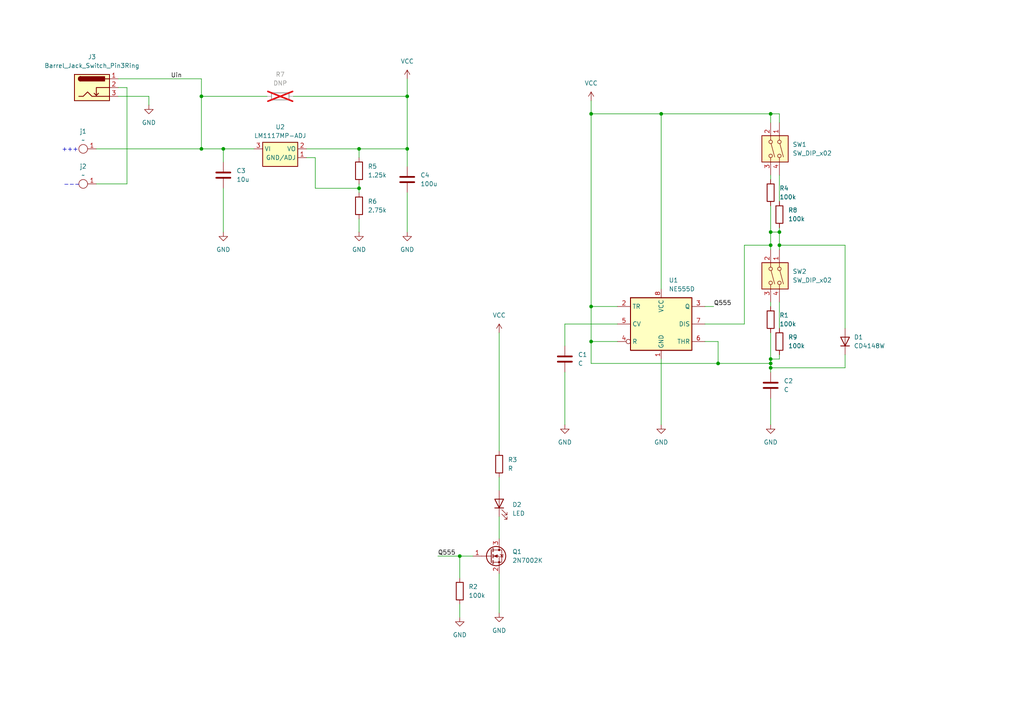
<source format=kicad_sch>
(kicad_sch (version 20231120) (generator "eeschema") (generator_version "8.0")
  (paper "A4")
  (lib_symbols
    (symbol "Connector:Barrel_Jack_Switch_Pin3Ring" (pin_names hide)
      (property "Reference" "J" (at 0 5.334 0))
      (property "Value" "Barrel_Jack_Switch_Pin3Ring" (at 0 -5.08 0))
      (symbol "Barrel_Jack_Switch_Pin3Ring_0_1"
        (rectangle (start -5.08 3.81) (end 5.08 -3.81) (stroke (width 0.254)) (fill (type background)))
        (arc (start -3.302 3.175) (mid -3.9343 2.54) (end -3.302 1.905) (stroke (width 0.254)))
        (arc (start -3.302 3.175) (mid -3.9343 2.54) (end -3.302 1.905) (stroke (width 0.254)) (fill (type outline)))
        (polyline (pts (xy 1.27 -2.286) (xy 1.905 -1.651)) (stroke (width 0.254)))
        (polyline (pts (xy 5.08 2.54) (xy 3.81 2.54)) (stroke (width 0.254)))
        (polyline (pts (xy 5.08 0) (xy 1.27 0) (xy 1.27 -2.286) (xy 0.635 -1.651)) (stroke (width 0.254)))
        (polyline (pts (xy -3.81 -2.54) (xy -2.54 -2.54) (xy -1.27 -1.27) (xy 0 -2.54) (xy 2.54 -2.54) (xy 5.08 -2.54)) (stroke (width 0.254)))
        (rectangle (start 3.683 3.175) (end -3.302 1.905) (stroke (width 0.254)) (fill (type outline)))
      )
      (symbol "Barrel_Jack_Switch_Pin3Ring_1_1"
        (pin passive line (at 7.62 2.54 180) (length 2.54) (name "~") (number "1"))
        (pin passive line (at 7.62 0 180) (length 2.54) (name "~") (number "2"))
        (pin passive line (at 7.62 -2.54 180) (length 2.54) (name "~") (number "3"))
      )
    )
    (symbol "Device:C" (pin_numbers hide) (pin_names (offset 0.254))
      (property "Reference" "C" (at 0.635 2.54 0))
      (property "Value" "C" (at 0.635 -2.54 0))
      (symbol "C_0_1"
        (polyline (pts (xy -2.032 -0.762) (xy 2.032 -0.762)) (stroke (width 0.508)))
        (polyline (pts (xy -2.032 0.762) (xy 2.032 0.762)) (stroke (width 0.508)))
      )
      (symbol "C_1_1"
        (pin passive line (at 0 3.81 270) (length 2.794) (name "~") (number "1"))
        (pin passive line (at 0 -3.81 90) (length 2.794) (name "~") (number "2"))
      )
    )
    (symbol "Device:LED" (pin_numbers hide) (pin_names (offset 1.016) hide)
      (property "Reference" "D" (at 0 2.54 0))
      (property "Value" "LED" (at 0 -2.54 0))
      (symbol "LED_0_1"
        (polyline (pts (xy -1.27 -1.27) (xy -1.27 1.27)) (stroke (width 0.254)))
        (polyline (pts (xy -1.27 0) (xy 1.27 0)))
        (polyline (pts (xy 1.27 -1.27) (xy 1.27 1.27) (xy -1.27 0) (xy 1.27 -1.27)) (stroke (width 0.254)))
        (polyline (pts (xy -3.048 -0.762) (xy -4.572 -2.286) (xy -3.81 -2.286) (xy -4.572 -2.286) (xy -4.572 -1.524)))
        (polyline (pts (xy -1.778 -0.762) (xy -3.302 -2.286) (xy -2.54 -2.286) (xy -3.302 -2.286) (xy -3.302 -1.524)))
      )
      (symbol "LED_1_1"
        (pin passive line (at -3.81 0 0) (length 2.54) (name "K") (number "1"))
        (pin passive line (at 3.81 0 180) (length 2.54) (name "A") (number "2"))
      )
    )
    (symbol "Device:R" (pin_numbers hide) (pin_names (offset 0))
      (property "Reference" "R" (at 2.032 0 90))
      (property "Value" "R" (at 0 0 90))
      (symbol "R_0_1"
        (rectangle (start -1.016 -2.54) (end 1.016 2.54) (stroke (width 0.254)))
      )
      (symbol "R_1_1"
        (pin passive line (at 0 3.81 270) (length 1.27) (name "~") (number "1"))
        (pin passive line (at 0 -3.81 90) (length 1.27) (name "~") (number "2"))
      )
    )
    (symbol "Diode:CD4148W" (pin_numbers hide) (pin_names hide)
      (property "Reference" "D" (at 0 2.54 0))
      (property "Value" "CD4148W" (at 0 -2.54 0))
      (symbol "CD4148W_0_1"
        (polyline (pts (xy -1.27 1.27) (xy -1.27 -1.27)) (stroke (width 0.254)))
        (polyline (pts (xy 1.27 0) (xy -1.27 0)))
        (polyline (pts (xy 1.27 1.27) (xy 1.27 -1.27) (xy -1.27 0) (xy 1.27 1.27)) (stroke (width 0.254)))
      )
      (symbol "CD4148W_1_1"
        (pin passive line (at -3.81 0 0) (length 2.54) (name "K") (number "1"))
        (pin passive line (at 3.81 0 180) (length 2.54) (name "A") (number "2"))
      )
    )
    (symbol "R_1" (pin_numbers hide) (pin_names (offset 0))
      (property "Reference" "R" (at 2.032 0 90))
      (property "Value" "R" (at 0 0 90))
      (symbol "R_1_0_1"
        (rectangle (start -1.016 -2.54) (end 1.016 2.54) (stroke (width 0.254)))
      )
      (symbol "R_1_1_1"
        (pin passive line (at 0 3.81 270) (length 1.27) (name "~") (number "1"))
        (pin passive line (at 0 -3.81 90) (length 1.27) (name "~") (number "2"))
      )
    )
    (symbol "Switch:SW_DIP_x02" (pin_names (offset 0) hide)
      (property "Reference" "SW" (at 0 6.35 0))
      (property "Value" "SW_DIP_x02" (at 0 -3.81 0))
      (symbol "SW_DIP_x02_0_0"
        (circle (center -2.032 0) (radius 0.508))
        (circle (center -2.032 2.54) (radius 0.508))
        (polyline (pts (xy -1.524 0.127) (xy 2.3622 1.1684)))
        (polyline (pts (xy -1.524 2.667) (xy 2.3622 3.7084)))
        (circle (center 2.032 0) (radius 0.508))
        (circle (center 2.032 2.54) (radius 0.508))
      )
      (symbol "SW_DIP_x02_0_1"
        (rectangle (start -3.81 5.08) (end 3.81 -2.54) (stroke (width 0.254)) (fill (type background)))
      )
      (symbol "SW_DIP_x02_1_1"
        (pin passive line (at -7.62 2.54 0) (length 5.08) (name "~") (number "1"))
        (pin passive line (at -7.62 0 0) (length 5.08) (name "~") (number "2"))
        (pin passive line (at 7.62 0 180) (length 5.08) (name "~") (number "3"))
        (pin passive line (at 7.62 2.54 180) (length 5.08) (name "~") (number "4"))
      )
    )
    (symbol "Timer:NE555D"
      (property "Reference" "U" (at -10.16 8.89 0))
      (property "Value" "NE555D" (at 2.54 8.89 0))
      (symbol "NE555D_0_0"
        (pin power_in line (at 0 -10.16 90) (length 2.54) (name "GND") (number "1"))
        (pin power_in line (at 0 10.16 270) (length 2.54) (name "VCC") (number "8"))
      )
      (symbol "NE555D_0_1"
        (rectangle (start -8.89 -7.62) (end 8.89 7.62) (stroke (width 0.254)) (fill (type background)))
        (rectangle (start -8.89 -7.62) (end 8.89 7.62) (stroke (width 0.254)) (fill (type background)))
      )
      (symbol "NE555D_1_1"
        (pin input line (at -12.7 5.08 0) (length 3.81) (name "TR") (number "2"))
        (pin output line (at 12.7 5.08 180) (length 3.81) (name "Q") (number "3"))
        (pin input inverted (at -12.7 -5.08 0) (length 3.81) (name "R") (number "4"))
        (pin input line (at -12.7 0 0) (length 3.81) (name "CV") (number "5"))
        (pin input line (at 12.7 -5.08 180) (length 3.81) (name "THR") (number "6"))
        (pin input line (at 12.7 0 180) (length 3.81) (name "DIS") (number "7"))
      )
    )
    (symbol "Transistor_FET:2N7002K" (pin_names hide)
      (property "Reference" "Q" (at 5.08 1.905 0))
      (property "Value" "2N7002K" (at 5.08 0 0))
      (symbol "2N7002K_0_1"
        (polyline (pts (xy 0.254 0) (xy -2.54 0)))
        (polyline (pts (xy 0.254 1.905) (xy 0.254 -1.905)) (stroke (width 0.254)))
        (polyline (pts (xy 0.762 -1.27) (xy 0.762 -2.286)) (stroke (width 0.254)))
        (polyline (pts (xy 0.762 0.508) (xy 0.762 -0.508)) (stroke (width 0.254)))
        (polyline (pts (xy 0.762 2.286) (xy 0.762 1.27)) (stroke (width 0.254)))
        (polyline (pts (xy 2.54 2.54) (xy 2.54 1.778)))
        (polyline (pts (xy 2.54 -2.54) (xy 2.54 0) (xy 0.762 0)))
        (polyline (pts (xy 0.762 -1.778) (xy 3.302 -1.778) (xy 3.302 1.778) (xy 0.762 1.778)))
        (polyline (pts (xy 1.016 0) (xy 2.032 0.381) (xy 2.032 -0.381) (xy 1.016 0)) (fill (type outline)))
        (polyline (pts (xy 2.794 0.508) (xy 2.921 0.381) (xy 3.683 0.381) (xy 3.81 0.254)))
        (polyline (pts (xy 3.302 0.381) (xy 2.921 -0.254) (xy 3.683 -0.254) (xy 3.302 0.381)))
        (circle (center 1.651 0) (radius 2.794) (stroke (width 0.254)))
        (circle (center 2.54 -1.778) (radius 0.254) (fill (type outline)))
        (circle (center 2.54 1.778) (radius 0.254) (fill (type outline)))
      )
      (symbol "2N7002K_1_1"
        (pin input line (at -5.08 0 0) (length 2.54) (name "G") (number "1"))
        (pin passive line (at 2.54 -5.08 90) (length 2.54) (name "S") (number "2"))
        (pin passive line (at 2.54 5.08 270) (length 2.54) (name "D") (number "3"))
      )
    )
    (symbol "poradam:LM1117MP-ADJ"
      (property "Reference" "U" (at 0 0 0))
      (property "Value" "LM1117MP-ADJ" (at 0 0 0))
      (symbol "LM1117MP-ADJ_0_1"
        (rectangle (start -5.08 3.175) (end 5.08 -3.81) (stroke (width 0.254)) (fill (type background)))
      )
      (symbol "LM1117MP-ADJ_1_1"
        (pin power_in line (at 7.62 -1.27 180) (length 2.54) (name "GND/ADJ") (number "1"))
        (pin power_out line (at 7.62 1.27 180) (length 2.54) (name "VO") (number "2"))
        (pin power_in line (at -7.62 1.27 0) (length 2.54) (name "VI") (number "3"))
      )
    )
    (symbol "poradam:Solder_point"
      (property "Reference" "j" (at -3.048 2.286 0))
      (symbol "Solder_point_0_1"
        (circle (center -5.08 0) (radius 1.27))
      )
      (symbol "Solder_point_1_1"
        (pin bidirectional line (at -1.27 0 180) (length 2.54) (name "") (number "1"))
      )
    )
    (symbol "power:GND" (power) (pin_numbers hide) (pin_names (offset 0) hide)
      (property "Value" "GND" (at 0 -3.81 0))
      (symbol "GND_0_1"
        (polyline (pts (xy 0 0) (xy 0 -1.27) (xy 1.27 -1.27) (xy 0 -2.54) (xy -1.27 -1.27) (xy 0 -1.27)))
      )
      (symbol "GND_1_1"
        (pin power_in line (at 0 0 270) (length 0) (name "~") (number "1"))
      )
    )
    (symbol "power:VCC" (power) (pin_numbers hide) (pin_names (offset 0) hide)
      (property "Value" "VCC" (at 0 3.556 0))
      (symbol "VCC_0_1"
        (polyline (pts (xy -0.762 1.27) (xy 0 2.54)))
        (polyline (pts (xy 0 0) (xy 0 2.54)))
        (polyline (pts (xy 0 2.54) (xy 0.762 1.27)))
      )
      (symbol "VCC_1_1"
        (pin power_in line (at 0 0 90) (length 0) (name "~") (number "1"))
      )
    )
  )
  (junction (at 223.52 67.31))
  (junction (at 58.42 43.18))
  (junction (at 171.45 33.02))
  (junction (at 104.14 43.18))
  (junction (at 118.11 27.94))
  (junction (at 223.52 33.02))
  (junction (at 118.11 43.18))
  (junction (at 223.52 104.14))
  (junction (at 171.45 88.9))
  (junction (at 223.52 105.41))
  (junction (at 223.52 71.12))
  (junction (at 223.52 106.68))
  (junction (at 58.42 27.94))
  (junction (at 208.28 105.41))
  (junction (at 133.35 161.29))
  (junction (at 226.06 71.12))
  (junction (at 64.77 43.18))
  (junction (at 104.14 54.61))
  (junction (at 191.77 33.02))
  (junction (at 226.06 67.31))
  (junction (at 171.45 99.06))
  (wire (pts (xy 204.47 99.06) (xy 208.28 99.06)))
  (wire (pts (xy 64.77 43.18) (xy 73.66 43.18)))
  (wire (pts (xy 104.14 43.18) (xy 104.14 45.72)))
  (wire (pts (xy 36.83 25.4) (xy 34.29 25.4)))
  (wire (pts (xy 215.9 71.12) (xy 223.52 71.12)))
  (wire (pts (xy 223.52 59.69) (xy 223.52 67.31)))
  (wire (pts (xy 223.52 50.8) (xy 223.52 52.07)))
  (wire (pts (xy 144.78 166.37) (xy 144.78 177.8)))
  (wire (pts (xy 163.83 107.95) (xy 163.83 123.19)))
  (wire (pts (xy 171.45 105.41) (xy 171.45 99.06)))
  (wire (pts (xy 223.52 96.52) (xy 223.52 104.14)))
  (wire (pts (xy 58.42 22.86) (xy 58.42 27.94)))
  (wire (pts (xy 223.52 106.68) (xy 223.52 107.95)))
  (wire (pts (xy 163.83 100.33) (xy 163.83 93.98)))
  (wire (pts (xy 191.77 33.02) (xy 223.52 33.02)))
  (wire (pts (xy 118.11 55.88) (xy 118.11 67.31)))
  (wire (pts (xy 36.83 53.34) (xy 36.83 25.4)))
  (wire (pts (xy 223.52 67.31) (xy 226.06 67.31)))
  (wire (pts (xy 171.45 105.41) (xy 208.28 105.41)))
  (wire (pts (xy 133.35 161.29) (xy 133.35 167.64)))
  (wire (pts (xy 204.47 93.98) (xy 215.9 93.98)))
  (wire (pts (xy 104.14 54.61) (xy 104.14 55.88)))
  (wire (pts (xy 223.52 33.02) (xy 223.52 35.56)))
  (wire (pts (xy 118.11 43.18) (xy 104.14 43.18)))
  (wire (pts (xy 88.9 43.18) (xy 104.14 43.18)))
  (wire (pts (xy 223.52 106.68) (xy 245.11 106.68)))
  (wire (pts (xy 133.35 175.26) (xy 133.35 179.07)))
  (wire (pts (xy 245.11 102.87) (xy 245.11 106.68)))
  (wire (pts (xy 223.52 115.57) (xy 223.52 123.19)))
  (wire (pts (xy 226.06 71.12) (xy 226.06 72.39)))
  (wire (pts (xy 144.78 149.86) (xy 144.78 156.21)))
  (wire (pts (xy 88.9 45.72) (xy 91.44 45.72)))
  (wire (pts (xy 144.78 130.81) (xy 144.78 96.52)))
  (wire (pts (xy 43.18 27.94) (xy 43.18 30.48)))
  (wire (pts (xy 223.52 87.63) (xy 223.52 88.9)))
  (wire (pts (xy 226.06 87.63) (xy 226.06 95.25)))
  (wire (pts (xy 64.77 54.61) (xy 64.77 67.31)))
  (wire (pts (xy 127 161.29) (xy 133.35 161.29)))
  (wire (pts (xy 191.77 104.14) (xy 191.77 123.19)))
  (wire (pts (xy 104.14 54.61) (xy 104.14 53.34)))
  (wire (pts (xy 118.11 27.94) (xy 118.11 43.18)))
  (wire (pts (xy 58.42 27.94) (xy 58.42 43.18)))
  (wire (pts (xy 163.83 93.98) (xy 179.07 93.98)))
  (wire (pts (xy 226.06 102.87) (xy 226.06 104.14)))
  (wire (pts (xy 58.42 43.18) (xy 64.77 43.18)))
  (wire (pts (xy 91.44 45.72) (xy 91.44 54.61)))
  (wire (pts (xy 104.14 63.5) (xy 104.14 67.31)))
  (wire (pts (xy 191.77 33.02) (xy 191.77 83.82)))
  (wire (pts (xy 85.09 27.94) (xy 118.11 27.94)))
  (wire (pts (xy 207.01 88.9) (xy 204.47 88.9)))
  (wire (pts (xy 171.45 33.02) (xy 191.77 33.02)))
  (wire (pts (xy 118.11 22.86) (xy 118.11 27.94)))
  (wire (pts (xy 34.29 22.86) (xy 58.42 22.86)))
  (wire (pts (xy 208.28 105.41) (xy 208.28 99.06)))
  (wire (pts (xy 215.9 93.98) (xy 215.9 71.12)))
  (wire (pts (xy 118.11 48.26) (xy 118.11 43.18)))
  (wire (pts (xy 179.07 99.06) (xy 171.45 99.06)))
  (wire (pts (xy 223.52 71.12) (xy 223.52 72.39)))
  (wire (pts (xy 226.06 66.04) (xy 226.06 67.31)))
  (wire (pts (xy 223.52 104.14) (xy 223.52 105.41)))
  (wire (pts (xy 223.52 104.14) (xy 226.06 104.14)))
  (wire (pts (xy 226.06 67.31) (xy 226.06 71.12)))
  (wire (pts (xy 171.45 88.9) (xy 179.07 88.9)))
  (wire (pts (xy 223.52 67.31) (xy 223.52 71.12)))
  (wire (pts (xy 226.06 33.02) (xy 226.06 35.56)))
  (wire (pts (xy 171.45 88.9) (xy 171.45 99.06)))
  (wire (pts (xy 144.78 138.43) (xy 144.78 142.24)))
  (wire (pts (xy 27.94 53.34) (xy 36.83 53.34)))
  (wire (pts (xy 208.28 105.41) (xy 223.52 105.41)))
  (wire (pts (xy 91.44 54.61) (xy 104.14 54.61)))
  (wire (pts (xy 137.16 161.29) (xy 133.35 161.29)))
  (wire (pts (xy 27.94 43.18) (xy 58.42 43.18)))
  (wire (pts (xy 245.11 71.12) (xy 226.06 71.12)))
  (wire (pts (xy 223.52 33.02) (xy 226.06 33.02)))
  (wire (pts (xy 34.29 27.94) (xy 43.18 27.94)))
  (wire (pts (xy 77.47 27.94) (xy 58.42 27.94)))
  (wire (pts (xy 226.06 50.8) (xy 226.06 58.42)))
  (wire (pts (xy 245.11 71.12) (xy 245.11 95.25)))
  (wire (pts (xy 171.45 33.02) (xy 171.45 88.9)))
  (wire (pts (xy 64.77 43.18) (xy 64.77 46.99)))
  (wire (pts (xy 223.52 105.41) (xy 223.52 106.68)))
  (wire (pts (xy 171.45 29.21) (xy 171.45 33.02)))
  (text "+++" (at 20.32 43.434 0) (effects (font (size 1.27 1.27))))
  (text "---" (at 20.828 53.594 0) (effects (font (size 1.27 1.27))))
  (label "Q555" (at 207.01 88.9 0))
  (label "Q555" (at 127 161.29 0))
  (label "Uin" (at 49.53 22.86 0))
  (symbol (lib_id "power:GND") (at 118.11 67.31 0) (unit 1)
    (property "Reference" "#PWR07" (effects (hide yes)))
    (property "Value" "GND" (at 118.11 72.39 0))
    (property "Description" "Power symbol creates a global label with name \"GND\" , ground" (effects (hide yes)))
  )
  (symbol (lib_id "Device:R") (at 104.14 59.69 0) (unit 1)
    (property "Reference" "R6" (at 106.68 58.4199 0) (effects (justify left)))
    (property "Value" "2.75k" (at 106.68 60.9599 0) (effects (justify left)))
    (property "Footprint" "Resistor_SMD:R_0603_1608Metric" (effects (hide yes)))
    (property "Description" "Resistor" (effects (hide yes)))
  )
  (symbol (lib_id "Device:C") (at 223.52 111.76 0) (unit 1)
    (property "Reference" "C2" (at 227.33 110.4899 0) (effects (justify left)))
    (property "Value" "C" (at 227.33 113.0299 0) (effects (justify left)))
    (property "Footprint" "Capacitor_SMD:C_0603_1608Metric_Pad1.08x0.95mm_HandSolder" (effects (hide yes)))
    (property "Description" "Unpolarized capacitor" (effects (hide yes)))
  )
  (symbol (lib_id "Switch:SW_DIP_x02") (at 223.52 43.18 270) (unit 1)
    (property "Reference" "SW1" (at 229.87 41.9099 90) (effects (justify left)))
    (property "Value" "SW_DIP_x02" (at 229.87 44.4499 90) (effects (justify left)))
    (property "Footprint" "Package_DIP:DIP-4_W7.62mm" (effects (hide yes)))
    (property "Description" "2x DIP Switch, Single Pole Single Throw (SPST) switch, small symbol" (effects (hide yes)))
  )
  (symbol (lib_name "R_1") (lib_id "Device:R") (at 133.35 171.45 0) (unit 1)
    (property "Reference" "R2" (at 135.89 170.1799 0) (effects (justify left)))
    (property "Value" "100k" (at 135.89 172.7199 0) (effects (justify left)))
    (property "Footprint" "Resistor_SMD:R_0603_1608Metric" (effects (hide yes)))
    (property "Description" "Resistor" (effects (hide yes)))
  )
  (symbol (lib_id "power:GND") (at 144.78 177.8 0) (unit 1)
    (property "Reference" "#PWR02" (effects (hide yes)))
    (property "Value" "GND" (at 144.78 182.88 0))
    (property "Description" "Power symbol creates a global label with name \"GND\" , ground" (effects (hide yes)))
  )
  (symbol (lib_id "Device:C") (at 163.83 104.14 0) (unit 1)
    (property "Reference" "C1" (at 167.64 102.8699 0) (effects (justify left)))
    (property "Value" "C" (at 167.64 105.4099 0) (effects (justify left)))
    (property "Footprint" "Capacitor_SMD:C_0603_1608Metric_Pad1.08x0.95mm_HandSolder" (effects (hide yes)))
    (property "Description" "Unpolarized capacitor" (effects (hide yes)))
  )
  (symbol (lib_id "Diode:CD4148W") (at 245.11 99.06 90) (unit 1)
    (property "Reference" "D1" (at 247.65 97.7899 90) (effects (justify right)))
    (property "Value" "CD4148W" (at 247.65 100.3299 90) (effects (justify right)))
    (property "Footprint" "Diode_SMD:D_0805_2012Metric" (effects (hide yes)))
    (property "Datasheet" "https://www.dccomponents.com/upload/product/original/623524775088.pdf" (effects (hide yes)))
    (property "Description" "75V 0.15A Switching Diode, 0805" (effects (hide yes)))
    (property "Sim.Device" "D" (effects (hide yes)))
    (property "Sim.Pins" "1=K 2=A" (effects (hide yes)))
  )
  (symbol (lib_id "poradam:Solder_point") (at 29.21 43.18 0) (unit 1)
    (property "Reference" "j1" (at 24.13 38.1 0))
    (property "Value" "~" (at 24.13 40.64 0))
    (property "Footprint" "Connector_Pin:Pin_D1.0mm_L10.0mm" (effects (hide yes)))
  )
  (symbol (lib_id "power:VCC") (at 118.11 22.86 0) (unit 1)
    (property "Reference" "#PWR08" (effects (hide yes)))
    (property "Value" "VCC" (at 118.11 17.78 0))
    (property "Description" "Power symbol creates a global label with name \"VCC\"" (effects (hide yes)))
  )
  (symbol (lib_id "Device:C") (at 64.77 50.8 0) (unit 1)
    (property "Reference" "C3" (at 68.58 49.5299 0) (effects (justify left)))
    (property "Value" "10u" (at 68.58 52.0699 0) (effects (justify left)))
    (property "Footprint" "Capacitor_SMD:C_0603_1608Metric_Pad1.08x0.95mm_HandSolder" (effects (hide yes)))
    (property "Description" "Unpolarized capacitor" (effects (hide yes)))
  )
  (symbol (lib_name "R_1") (lib_id "Device:R") (at 226.06 62.23 0) (unit 1)
    (property "Reference" "R8" (at 228.6 60.9599 0) (effects (justify left)))
    (property "Value" "100k" (at 228.6 63.4999 0) (effects (justify left)))
    (property "Footprint" "Resistor_SMD:R_0603_1608Metric" (effects (hide yes)))
    (property "Description" "Resistor" (effects (hide yes)))
  )
  (symbol (lib_id "power:GND") (at 104.14 67.31 0) (unit 1)
    (property "Reference" "#PWR01" (effects (hide yes)))
    (property "Value" "GND" (at 104.14 72.39 0))
    (property "Description" "Power symbol creates a global label with name \"GND\" , ground" (effects (hide yes)))
  )
  (symbol (lib_id "Device:R") (at 144.78 134.62 180) (unit 1)
    (property "Reference" "R3" (at 147.32 133.3499 0) (effects (justify right)))
    (property "Value" "R" (at 147.32 135.8899 0) (effects (justify right)))
    (property "Footprint" "Resistor_SMD:R_0603_1608Metric" (effects (hide yes)))
    (property "Description" "Resistor" (effects (hide yes)))
  )
  (symbol (lib_id "power:GND") (at 223.52 123.19 0) (unit 1)
    (property "Reference" "#PWR05" (effects (hide yes)))
    (property "Value" "GND" (at 223.52 128.27 0))
    (property "Description" "Power symbol creates a global label with name \"GND\" , ground" (effects (hide yes)))
  )
  (symbol (lib_id "Timer:NE555D") (at 191.77 93.98 0) (unit 1)
    (property "Reference" "U1" (at 193.9641 81.28 0) (effects (justify left)))
    (property "Value" "NE555D" (at 193.9641 83.82 0) (effects (justify left)))
    (property "Footprint" "Package_SO:SOIC-8_3.9x4.9mm_P1.27mm" (effects (hide yes)))
    (property "Datasheet" "http://www.ti.com/lit/ds/symlink/ne555.pdf" (effects (hide yes)))
    (property "Description" "Precision Timers, 555 compatible, SOIC-8" (effects (hide yes)))
  )
  (symbol (lib_id "power:GND") (at 64.77 67.31 0) (unit 1)
    (property "Reference" "#PWR06" (effects (hide yes)))
    (property "Value" "GND" (at 64.77 72.39 0))
    (property "Description" "Power symbol creates a global label with name \"GND\" , ground" (effects (hide yes)))
  )
  (symbol (lib_id "poradam:LM1117MP-ADJ") (at 81.28 44.45 0) (unit 1)
    (property "Reference" "U2" (at 81.28 36.83 0))
    (property "Value" "LM1117MP-ADJ" (at 81.28 39.37 0))
    (property "Footprint" "Package_TO_SOT_SMD:SOT-223-3_TabPin2" (effects (hide yes)))
    (property "Datasheet" "https://www.hestore.hu/prod_getfile.php?id=10304" (effects (hide yes)))
  )
  (symbol (lib_id "poradam:Solder_point") (at 29.21 53.34 0) (unit 1)
    (property "Reference" "j2" (at 24.13 48.26 0))
    (property "Value" "~" (at 24.13 50.8 0))
    (property "Footprint" "Connector_Pin:Pin_D1.0mm_L10.0mm" (effects (hide yes)))
  )
  (symbol (lib_name "R_1") (lib_id "Device:R") (at 226.06 99.06 0) (unit 1)
    (property "Reference" "R9" (at 228.6 97.7899 0) (effects (justify left)))
    (property "Value" "100k" (at 228.6 100.3299 0) (effects (justify left)))
    (property "Footprint" "Resistor_SMD:R_0603_1608Metric" (effects (hide yes)))
    (property "Description" "Resistor" (effects (hide yes)))
  )
  (symbol (lib_id "Device:C") (at 118.11 52.07 0) (unit 1)
    (property "Reference" "C4" (at 121.92 50.7999 0) (effects (justify left)))
    (property "Value" "100u" (at 121.92 53.3399 0) (effects (justify left)))
    (property "Footprint" "Capacitor_SMD:C_0603_1608Metric_Pad1.08x0.95mm_HandSolder" (effects (hide yes)))
    (property "Description" "Unpolarized capacitor" (effects (hide yes)))
  )
  (symbol (lib_id "Device:R") (at 81.28 27.94 90) (unit 1) (dnp yes)
    (property "Reference" "R7" (at 81.28 21.59 90))
    (property "Value" "DNP" (at 81.28 24.13 90))
    (property "Footprint" "Resistor_SMD:R_0805_2012Metric_Pad1.20x1.40mm_HandSolder" (effects (hide yes)))
    (property "Description" "Resistor" (effects (hide yes)))
  )
  (symbol (lib_id "Transistor_FET:2N7002K") (at 142.24 161.29 0) (unit 1)
    (property "Reference" "Q1" (at 148.59 160.0199 0) (effects (justify left)))
    (property "Value" "2N7002K" (at 148.59 162.5599 0) (effects (justify left)))
    (property "Footprint" "Package_TO_SOT_SMD:SOT-23" (effects (hide yes)))
    (property "Datasheet" "https://www.diodes.com/assets/Datasheets/ds30896.pdf" (effects (hide yes)))
    (property "Description" "0.38A Id, 60V Vds, N-Channel MOSFET, SOT-23" (effects (hide yes)))
  )
  (symbol (lib_id "Switch:SW_DIP_x02") (at 223.52 80.01 270) (unit 1)
    (property "Reference" "SW2" (at 229.87 78.7399 90) (effects (justify left)))
    (property "Value" "SW_DIP_x02" (at 229.87 81.2799 90) (effects (justify left)))
    (property "Footprint" "Package_DIP:DIP-4_W7.62mm" (effects (hide yes)))
    (property "Description" "2x DIP Switch, Single Pole Single Throw (SPST) switch, small symbol" (effects (hide yes)))
  )
  (symbol (lib_id "power:VCC") (at 171.45 29.21 0) (unit 1)
    (property "Reference" "#PWR09" (effects (hide yes)))
    (property "Value" "VCC" (at 171.45 24.13 0))
    (property "Description" "Power symbol creates a global label with name \"VCC\"" (effects (hide yes)))
  )
  (symbol (lib_id "power:GND") (at 43.18 30.48 0) (unit 1)
    (property "Reference" "#PWR013" (effects (hide yes)))
    (property "Value" "GND" (at 43.18 35.56 0))
    (property "Description" "Power symbol creates a global label with name \"GND\" , ground" (effects (hide yes)))
  )
  (symbol (lib_id "power:GND") (at 133.35 179.07 0) (unit 1)
    (property "Reference" "#PWR011" (effects (hide yes)))
    (property "Value" "GND" (at 133.35 184.15 0))
    (property "Description" "Power symbol creates a global label with name \"GND\" , ground" (effects (hide yes)))
  )
  (symbol (lib_name "R_1") (lib_id "Device:R") (at 223.52 92.71 0) (unit 1)
    (property "Reference" "R1" (at 226.06 91.4399 0) (effects (justify left)))
    (property "Value" "100k" (at 226.06 93.9799 0) (effects (justify left)))
    (property "Footprint" "Resistor_SMD:R_0603_1608Metric" (effects (hide yes)))
    (property "Description" "Resistor" (effects (hide yes)))
  )
  (symbol (lib_id "Device:LED") (at 144.78 146.05 90) (unit 1)
    (property "Reference" "D2" (at 148.59 146.3674 90) (effects (justify right)))
    (property "Value" "LED" (at 148.59 148.9074 90) (effects (justify right)))
    (property "Footprint" "LED_THT:LED_D3.0mm_Horizontal_O1.27mm_Z10.0mm" (effects (hide yes)))
    (property "Description" "Light emitting diode" (effects (hide yes)))
  )
  (symbol (lib_id "Connector:Barrel_Jack_Switch_Pin3Ring") (at 26.67 25.4 0) (unit 1)
    (property "Reference" "J3" (at 26.67 16.51 0))
    (property "Value" "Barrel_Jack_Switch_Pin3Ring" (at 26.67 19.05 0))
    (property "Footprint" "Connector_BarrelJack:BarrelJack_GCT_DCJ200-10-A_Horizontal" (effects (hide yes)))
    (property "Description" "DC Barrel Jack with an internal switch" (effects (hide yes)))
  )
  (symbol (lib_id "Device:R") (at 104.14 49.53 0) (unit 1)
    (property "Reference" "R5" (at 106.68 48.2599 0) (effects (justify left)))
    (property "Value" "1.25k" (at 106.68 50.7999 0) (effects (justify left)))
    (property "Footprint" "Resistor_SMD:R_0603_1608Metric" (effects (hide yes)))
    (property "Description" "Resistor" (effects (hide yes)))
  )
  (symbol (lib_id "power:GND") (at 163.83 123.19 0) (unit 1)
    (property "Reference" "#PWR04" (effects (hide yes)))
    (property "Value" "GND" (at 163.83 128.27 0))
    (property "Description" "Power symbol creates a global label with name \"GND\" , ground" (effects (hide yes)))
  )
  (symbol (lib_id "power:GND") (at 191.77 123.19 0) (unit 1)
    (property "Reference" "#PWR03" (effects (hide yes)))
    (property "Value" "GND" (at 191.77 128.27 0))
    (property "Description" "Power symbol creates a global label with name \"GND\" , ground" (effects (hide yes)))
  )
  (symbol (lib_name "R_1") (lib_id "Device:R") (at 223.52 55.88 0) (unit 1)
    (property "Reference" "R4" (at 226.06 54.6099 0) (effects (justify left)))
    (property "Value" "100k" (at 226.06 57.1499 0) (effects (justify left)))
    (property "Footprint" "Resistor_SMD:R_0603_1608Metric" (effects (hide yes)))
    (property "Description" "Resistor" (effects (hide yes)))
  )
  (symbol (lib_id "power:VCC") (at 144.78 96.52 0) (unit 1)
    (property "Reference" "#PWR010" (effects (hide yes)))
    (property "Value" "VCC" (at 144.78 91.44 0))
    (property "Description" "Power symbol creates a global label with name \"VCC\"" (effects (hide yes)))
  )
)
</source>
